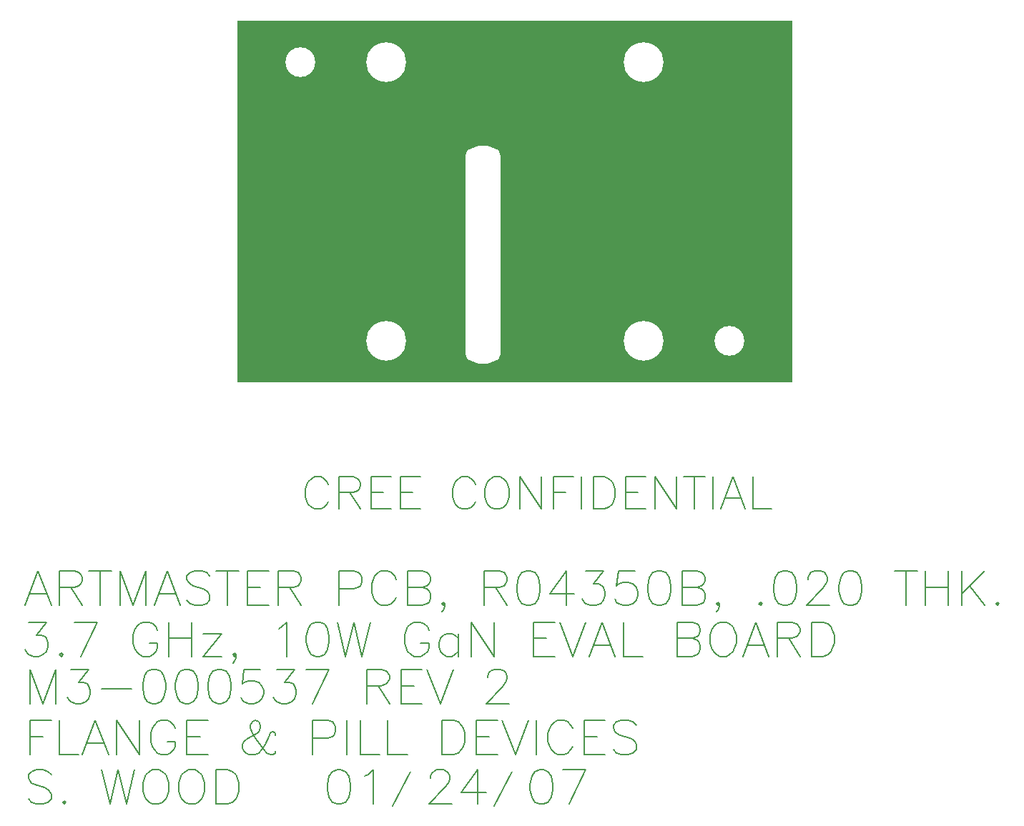
<source format=gbr>
*G04 Output by CAMMaster V9.6.1  PentaLogix LLC*
*G04 Thu Feb 01 18:10:08 2007*
*%FSLAX44Y44*%
%MOIN*%
%IPPOS*%
%ADD14C,0.006*%
%ADD203C,0.139*%
%ADD204C,0.186*%
%ADD205C,0.012*%

%LPD*%
G36*G1X0Y0D2*X26000D1*Y17000*X0*Y0*G37*D14*G1X12704Y-14928D2*X11638D1*X12400Y-14166*X12552Y-13938*X12628Y-13785*Y-13633*X12552Y-13480*X12476Y-13404*X12324Y-13328*X12019*X11866Y-13404*X11790Y-13480*X11714Y-13633*Y-13709*X10114Y-13328D2*X9504Y-14928D1*X8895Y-13328*X7676Y-14928D2*X8666D1*X7676Y-14090D2*X8285D1*X8666Y-13328D2*X7676D1*Y-14928*X6609Y-14090D2*X7142Y-14928D1*X6076Y-14090D2*X6762D1*X6990Y-14014*X7066Y-13938*X7142Y-13785*Y-13633*X7066Y-13480*X6990Y-13404*X6762Y-13328*X6076*Y-14928*X3257Y-13328D2*X4324D1*X3562Y-14928*X1733Y-14623D2*X1809Y-14776D1*X1885Y-14852*X2114Y-14928*X2342*X2571Y-14852*X2724Y-14699*X2800Y-14471*Y-14318*X2724Y-14090*X2647Y-14014*X2495Y-13938*X2266*X2724Y-13328*X1885*X209Y-14623D2*X285Y-14776D1*X362Y-14852*X590Y-14928*X819*X1047Y-14852*X1200Y-14699*X1276Y-14471*Y-14318*X1200Y-14090*X1047Y-13938*X819Y-13861*X590*X362Y-13938*X285Y-14014*X362Y-13328*X1124*X-858D2*X-705D1*X-476Y-13404*X-324Y-13633*X-248Y-14014*Y-14242*X-324Y-14623*X-476Y-14852*X-705Y-14928*X-858*X-1086Y-14852*X-1238Y-14623*X-1315Y-14242*Y-14014*X-1238Y-13633*X-1086Y-13404*X-858Y-13328*X-2381D2*X-2229D1*X-2000Y-13404*X-1848Y-13633*X-1772Y-14014*Y-14242*X-1848Y-14623*X-2000Y-14852*X-2229Y-14928*X-2381*X-2610Y-14852*X-2762Y-14623*X-2838Y-14242*Y-14014*X-2762Y-13633*X-2610Y-13404*X-2381Y-13328*X-3905D2*X-3753D1*X-3524Y-13404*X-3372Y-13633*X-3296Y-14014*Y-14242*X-3372Y-14623*X-3524Y-14852*X-3753Y-14928*X-3905*X-4134Y-14852*X-4286Y-14623*X-4362Y-14242*Y-14014*X-4286Y-13633*X-4134Y-13404*X-3905Y-13328*X-6267Y-14242D2*X-4896D1*X-7867Y-14623D2*X-7791Y-14776D1*X-7715Y-14852*X-7486Y-14928*X-7257*X-7029Y-14852*X-6876Y-14699*X-6800Y-14471*Y-14318*X-6876Y-14090*X-6953Y-14014*X-7105Y-13938*X-7334*X-6876Y-13328*X-7715*X-8400Y-14928D2*Y-13328D1*X-9010Y-14928*X-9619Y-13328*Y-14928*X17581Y-17077D2*X17733Y-17229D1*X17962Y-17305*X18266*X18495Y-17229*X18647Y-17077*Y-16848*X18571Y-16696*X18495Y-16620*X18342Y-16544*X17885Y-16391*X17733Y-16315*X17657Y-16239*X17581Y-16086*Y-15934*X17733Y-15782*X17962Y-15705*X18266*X18495Y-15782*X18647Y-15934*X16209Y-17305D2*X17200D1*X16209Y-16467D2*X16819D1*X17200Y-15705D2*X16209D1*Y-17305*X15676Y-16924D2*X15600Y-17077D1*X15447Y-17229*X15295Y-17305*X14990*X14838Y-17229*X14685Y-17077*X14609Y-16924*X14533Y-16696*Y-16315*X14609Y-16086*X14685Y-15934*X14838Y-15782*X14990Y-15705*X15295*X15447Y-15782*X15600Y-15934*X15676Y-16086*X14000Y-15705D2*Y-17305D1*X13619Y-15705D2*X13009Y-17305D1*X12400Y-15705*X11181Y-17305D2*X12171D1*X11181Y-16467D2*X11790D1*X12171Y-15705D2*X11181D1*Y-17305*X9581D2*X10114D1*X10342Y-17229*X10495Y-17077*X10571Y-16924*X10647Y-16696*Y-16315*X10571Y-16086*X10495Y-15934*X10342Y-15782*X10114Y-15705*X9581*Y-17305*X7981D2*X7066D1*Y-15705*X6685Y-17305D2*X5771D1*Y-15705*X5162D2*Y-17305D1*X3562Y-16544D2*X4247D1*X4476Y-16467*X4552Y-16391*X4628Y-16239*Y-16010*X4552Y-15858*X4476Y-15782*X4247Y-15705*X3562*Y-17305*X1809Y-17153D2*Y-17229D1*X1733Y-17305*X1581*X1428Y-17229*X1276Y-17077*X895Y-16544*X742Y-16315*X666Y-16086*Y-15934*X742Y-15782*X895Y-15705*X1047Y-15782*X1124Y-15934*Y-16086*X1047Y-16239*X971Y-16315*X438Y-16620*X362Y-16696*X285Y-16848*Y-17001*X362Y-17153*X438Y-17229*X590Y-17305*X895*X1047Y-17229*X1200Y-17077*X1352Y-16848*X1504Y-16467*X1581Y-16315*X1657Y-16239*X1733*X1809Y-16315*Y-16391*X-2305Y-17305D2*X-1315D1*X-2305Y-16467D2*X-1696D1*X-1315Y-15705D2*X-2305D1*Y-17305*X-3219Y-16696D2*X-2838D1*Y-16924*X-2915Y-17077*X-3067Y-17229*X-3219Y-17305*X-3524*X-3676Y-17229*X-3829Y-17077*X-3905Y-16924*X-3981Y-16696*Y-16315*X-3905Y-16086*X-3829Y-15934*X-3676Y-15782*X-3524Y-15705*X-3219*X-3067Y-15782*X-2915Y-15934*X-2838Y-16086*X-4515Y-15705D2*Y-17305D1*X-5581Y-15705*Y-17305*X-6953Y-16772D2*X-6191D1*X-5962Y-17305D2*X-6572Y-15705D1*X-7181Y-17305*X-7334D2*X-8248D1*Y-15705*X-9619Y-16467D2*X-9010D1*X-8629Y-15705D2*X-9619D1*Y-17305*X15219Y-18013D2*X16285D1*X15524Y-19613*X14152Y-18013D2*X14304D1*X14533Y-18089*X14685Y-18317*X14762Y-18698*Y-18927*X14685Y-19308*X14533Y-19536*X14304Y-19613*X14152*X13924Y-19536*X13771Y-19308*X13695Y-18927*Y-18698*X13771Y-18317*X13924Y-18089*X14152Y-18013*X12857Y-18089D2*X12019Y-19689D1*X11257Y-18013D2*Y-19613D1*X11638Y-19079D2*X10495D1*X11257Y-18013*X10038Y-19613D2*X8971D1*X9733Y-18851*X9885Y-18622*X9962Y-18470*Y-18317*X9885Y-18165*X9809Y-18089*X9657Y-18013*X9352*X9200Y-18089*X9124Y-18165*X9047Y-18317*Y-18394*X8133Y-18089D2*X7295Y-19689D1*X6381Y-19613D2*Y-18013D1*X6152Y-18241*X6000Y-18317*X4704Y-18013D2*X4857D1*X5085Y-18089*X5238Y-18317*X5314Y-18698*Y-18927*X5238Y-19308*X5085Y-19536*X4857Y-19613*X4704*X4476Y-19536*X4324Y-19308*X4247Y-18927*Y-18698*X4324Y-18317*X4476Y-18089*X4704Y-18013*X-934Y-19613D2*X-400D1*X-172Y-19536*X-19Y-19384*X57Y-19232*X133Y-19003*Y-18622*X57Y-18394*X-19Y-18241*X-172Y-18089*X-400Y-18013*X-934*Y-19613*X-2229Y-18013D2*X-1924D1*X-1772Y-18089*X-1619Y-18241*X-1543Y-18394*X-1467Y-18622*Y-19003*X-1543Y-19232*X-1619Y-19384*X-1772Y-19536*X-1924Y-19613*X-2229*X-2381Y-19536*X-2534Y-19384*X-2610Y-19232*X-2686Y-19003*Y-18622*X-2610Y-18394*X-2534Y-18241*X-2381Y-18089*X-2229Y-18013*X-3905D2*X-3600D1*X-3448Y-18089*X-3296Y-18241*X-3219Y-18394*X-3143Y-18622*Y-19003*X-3219Y-19232*X-3296Y-19384*X-3448Y-19536*X-3600Y-19613*X-3905*X-4058Y-19536*X-4210Y-19384*X-4286Y-19232*X-4362Y-19003*Y-18622*X-4286Y-18394*X-4210Y-18241*X-4058Y-18089*X-3905Y-18013*X-4743D2*X-5124Y-19613D1*X-5505Y-18013*X-5886Y-19613*X-6267Y-18013*X-8019Y-19460D2*X-7943Y-19536D1*X-8019Y-19613*X-8096Y-19536*X-8019Y-19460*X-9696Y-19384D2*X-9543Y-19536D1*X-9315Y-19613*X-9010*X-8781Y-19536*X-8629Y-19384*Y-19156*X-8705Y-19003*X-8781Y-18927*X-8934Y-18851*X-9391Y-18698*X-9543Y-18622*X-9619Y-18546*X-9696Y-18394*Y-18241*X-9543Y-18089*X-9315Y-18013*X-9010*X-8781Y-18089*X-8629Y-18241*X24935Y-5852D2*X24078D1*Y-4352*X22792Y-5352D2*X23506D1*X23720Y-5852D2*X23149Y-4352D1*X22578Y-5852*X22220Y-4352D2*Y-5852D1*X20863Y-4352D2*X21863D1*X21363D2*Y-5852D1*X20506Y-4352D2*Y-5852D1*X19506Y-4352*Y-5852*X18149D2*X19078D1*X18149Y-5066D2*X18720D1*X19078Y-4352D2*X18149D1*Y-5852*X16649D2*X17149D1*X17363Y-5780*X17506Y-5637*X17578Y-5495*X17649Y-5280*Y-4923*X17578Y-4709*X17506Y-4566*X17363Y-4423*X17149Y-4352*X16649*Y-5852*X16078Y-4352D2*Y-5852D1*X14792Y-5066D2*X15363D1*X15720Y-4352D2*X14792D1*Y-5852*X14220Y-4352D2*Y-5852D1*X13220Y-4352*Y-5852*X12006Y-4352D2*X12292D1*X12435Y-4423*X12578Y-4566*X12649Y-4709*X12720Y-4923*Y-5280*X12649Y-5495*X12578Y-5637*X12435Y-5780*X12292Y-5852*X12006*X11863Y-5780*X11720Y-5637*X11649Y-5495*X11578Y-5280*Y-4923*X11649Y-4709*X11720Y-4566*X11863Y-4423*X12006Y-4352*X11149Y-5495D2*X11078Y-5637D1*X10935Y-5780*X10792Y-5852*X10506*X10363Y-5780*X10220Y-5637*X10149Y-5495*X10078Y-5280*Y-4923*X10149Y-4709*X10220Y-4566*X10363Y-4423*X10506Y-4352*X10792*X10935Y-4423*X11078Y-4566*X11149Y-4709*X7649Y-5852D2*X8578D1*X7649Y-5066D2*X8220D1*X8578Y-4352D2*X7649D1*Y-5852*X6292D2*X7220D1*X6292Y-5066D2*X6863D1*X7220Y-4352D2*X6292D1*Y-5852*X5292Y-5066D2*X5792Y-5852D1*X4792Y-5066D2*X5435D1*X5649Y-4995*X5720Y-4923*X5792Y-4780*Y-4637*X5720Y-4495*X5649Y-4423*X5435Y-4352*X4792*Y-5852*X4292Y-5495D2*X4220Y-5637D1*X4078Y-5780*X3935Y-5852*X3649*X3506Y-5780*X3363Y-5637*X3292Y-5495*X3220Y-5280*Y-4923*X3292Y-4709*X3363Y-4566*X3506Y-4423*X3649Y-4352*X3935*X4078Y-4423*X4220Y-4566*X4292Y-4709*X35485Y-10188D2*X35562Y-10264D1*X35485Y-10340*X35409Y-10264*X35485Y-10188*X34190Y-9426D2*X34876Y-10340D1*Y-8740D2*X33809Y-9807D1*Y-8740D2*Y-10340D1*X32133Y-9502D2*X33200D1*Y-8740D2*Y-10340D1*X32133Y-8740D2*Y-10340D1*X30685Y-8740D2*X31752D1*X31219D2*Y-10340D1*X28552Y-8740D2*X28704D1*X28933Y-8816*X29085Y-9045*X29162Y-9426*Y-9654*X29085Y-10035*X28933Y-10264*X28704Y-10340*X28552*X28324Y-10264*X28171Y-10035*X28095Y-9654*Y-9426*X28171Y-9045*X28324Y-8816*X28552Y-8740*X27638Y-10340D2*X26571D1*X27333Y-9578*X27485Y-9349*X27562Y-9197*Y-9045*X27485Y-8892*X27409Y-8816*X27257Y-8740*X26952*X26800Y-8816*X26724Y-8892*X26647Y-9045*Y-9121*X25504Y-8740D2*X25657D1*X25885Y-8816*X26038Y-9045*X26114Y-9426*Y-9654*X26038Y-10035*X25885Y-10264*X25657Y-10340*X25504*X25276Y-10264*X25124Y-10035*X25047Y-9654*Y-9426*X25124Y-9045*X25276Y-8816*X25504Y-8740*X24438Y-10188D2*X24514Y-10264D1*X24438Y-10340*X24362Y-10264*X24438Y-10188*X22381Y-10645D2*X22457Y-10568D1*X22533Y-10416*Y-10264*X22457Y-10188*X22381Y-10264*X22457Y-10340*X22533Y-10264*X20781Y-10340D2*X21466D1*X21695Y-10264*X21771Y-10188*X21847Y-10035*Y-9807*X21771Y-9654*X21695Y-9578*X21466Y-9502*X20781*X21466D2*X21695Y-9426D1*X21771Y-9349*X21847Y-9197*Y-9045*X21771Y-8892*X21695Y-8816*X21466Y-8740*X20781*Y-10340*X19638Y-8740D2*X19790D1*X20019Y-8816*X20171Y-9045*X20247Y-9426*Y-9654*X20171Y-10035*X20019Y-10264*X19790Y-10340*X19638*X19409Y-10264*X19257Y-10035*X19181Y-9654*Y-9426*X19257Y-9045*X19409Y-8816*X19638Y-8740*X17657Y-10035D2*X17733Y-10188D1*X17809Y-10264*X18038Y-10340*X18266*X18495Y-10264*X18647Y-10111*X18724Y-9883*Y-9730*X18647Y-9502*X18495Y-9349*X18266Y-9273*X18038*X17809Y-9349*X17733Y-9426*X17809Y-8740*X18571*X16133Y-10035D2*X16209Y-10188D1*X16285Y-10264*X16514Y-10340*X16742*X16971Y-10264*X17124Y-10111*X17200Y-9883*Y-9730*X17124Y-9502*X17047Y-9426*X16895Y-9349*X16666*X17124Y-8740*X16285*X15371D2*Y-10340D1*X15752Y-9807D2*X14609D1*X15371Y-8740*X13542D2*X13695D1*X13924Y-8816*X14076Y-9045*X14152Y-9426*Y-9654*X14076Y-10035*X13924Y-10264*X13695Y-10340*X13542*X13314Y-10264*X13162Y-10035*X13085Y-9654*Y-9426*X13162Y-9045*X13314Y-8816*X13542Y-8740*X12095Y-9502D2*X12628Y-10340D1*X11562Y-9502D2*X12247D1*X12476Y-9426*X12552Y-9349*X12628Y-9197*Y-9045*X12552Y-8892*X12476Y-8816*X12247Y-8740*X11562*Y-10340*X9581Y-10645D2*X9657Y-10568D1*X9733Y-10416*Y-10264*X9657Y-10188*X9581Y-10264*X9657Y-10340*X9733Y-10264*X7981Y-10340D2*X8666D1*X8895Y-10264*X8971Y-10188*X9047Y-10035*Y-9807*X8971Y-9654*X8895Y-9578*X8666Y-9502*X7981*X8666D2*X8895Y-9426D1*X8971Y-9349*X9047Y-9197*Y-9045*X8971Y-8892*X8895Y-8816*X8666Y-8740*X7981*Y-10340*X7447Y-9959D2*X7371Y-10111D1*X7219Y-10264*X7066Y-10340*X6762*X6609Y-10264*X6457Y-10111*X6381Y-9959*X6304Y-9730*Y-9349*X6381Y-9121*X6457Y-8968*X6609Y-8816*X6762Y-8740*X7066*X7219Y-8816*X7371Y-8968*X7447Y-9121*X4781Y-9578D2*X5466D1*X5695Y-9502*X5771Y-9426*X5847Y-9273*Y-9045*X5771Y-8892*X5695Y-8816*X5466Y-8740*X4781*Y-10340*X2495Y-9502D2*X3028Y-10340D1*X1962Y-9502D2*X2647D1*X2876Y-9426*X2952Y-9349*X3028Y-9197*Y-9045*X2952Y-8892*X2876Y-8816*X2647Y-8740*X1962*Y-10340*X514D2*X1504D1*X514Y-9502D2*X1124D1*X1504Y-8740D2*X514D1*Y-10340*X-934Y-8740D2*X133D1*X-400D2*Y-10340D1*X-2305Y-10111D2*X-2153Y-10264D1*X-1924Y-10340*X-1619*X-1391Y-10264*X-1238Y-10111*Y-9883*X-1315Y-9730*X-1391Y-9654*X-1543Y-9578*X-2000Y-9426*X-2153Y-9349*X-2229Y-9273*X-2305Y-9121*Y-8968*X-2153Y-8816*X-1924Y-8740*X-1619*X-1391Y-8816*X-1238Y-8968*X-3600Y-9807D2*X-2838D1*X-2610Y-10340D2*X-3219Y-8740D1*X-3829Y-10340*X-4210D2*Y-8740D1*X-4819Y-10340*X-5429Y-8740*Y-10340*X-6876Y-8740D2*X-5810D1*X-6343D2*Y-10340D1*X-7715Y-9502D2*X-7181Y-10340D1*X-8248Y-9502D2*X-7562D1*X-7334Y-9426*X-7258Y-9349*X-7181Y-9197*Y-9045*X-7258Y-8892*X-7334Y-8816*X-7562Y-8740*X-8248*Y-10340*X-9619Y-9807D2*X-8857D1*X-8629Y-10340D2*X-9238Y-8740D1*X-9848Y-10340*X26808Y-12721D2*X27341D1*X27570Y-12645*X27722Y-12493*X27798Y-12340*X27874Y-12112*Y-11731*X27798Y-11502*X27722Y-11350*X27570Y-11197*X27341Y-11121*X26808*Y-12721*X25741Y-11883D2*X26274Y-12721D1*X25208Y-11883D2*X25893D1*X26122Y-11807*X26198Y-11731*X26274Y-11578*Y-11426*X26198Y-11274*X26122Y-11197*X25893Y-11121*X25208*Y-12721*X23836Y-12188D2*X24598D1*X24827Y-12721D2*X24217Y-11121D1*X23608Y-12721*X22541Y-11121D2*X22846D1*X22998Y-11197*X23150Y-11350*X23227Y-11502*X23303Y-11731*Y-12112*X23227Y-12340*X23150Y-12493*X22998Y-12645*X22846Y-12721*X22541*X22389Y-12645*X22236Y-12493*X22160Y-12340*X22084Y-12112*Y-11731*X22160Y-11502*X22236Y-11350*X22389Y-11197*X22541Y-11121*X20560Y-12721D2*X21246D1*X21474Y-12645*X21550Y-12569*X21627Y-12416*Y-12188*X21550Y-12036*X21474Y-11959*X21246Y-11883*X20560*X21246D2*X21474Y-11807D1*X21550Y-11731*X21627Y-11578*Y-11426*X21550Y-11274*X21474Y-11197*X21246Y-11121*X20560*Y-12721*X18960D2*X18046D1*Y-11121*X16674Y-12188D2*X17436D1*X17665Y-12721D2*X17055Y-11121D1*X16446Y-12721*X16293Y-11121D2*X15684Y-12721D1*X15074Y-11121*X13855Y-12721D2*X14846D1*X13855Y-11883D2*X14465D1*X14846Y-11121D2*X13855D1*Y-12721*X12027Y-11121D2*Y-12721D1*X10960Y-11121*Y-12721*X10350Y-12493D2*X10198Y-12645D1*X10046Y-12721*X9817*X9665Y-12645*X9512Y-12493*X9436Y-12264*Y-12112*X9512Y-11883*X9665Y-11731*X9817Y-11654*X10046*X10198Y-11731*X10350Y-11883*Y-11654D2*Y-12721D1*X8598Y-12112D2*X8979D1*Y-12340*X8903Y-12493*X8750Y-12645*X8598Y-12721*X8293*X8141Y-12645*X7989Y-12493*X7912Y-12340*X7836Y-12112*Y-11731*X7912Y-11502*X7989Y-11350*X8141Y-11197*X8293Y-11121*X8598*X8750Y-11197*X8903Y-11350*X8979Y-11502*X6236Y-11121D2*X5855Y-12721D1*X5474Y-11121*X5093Y-12721*X4712Y-11121*X3722D2*X3874D1*X4103Y-11197*X4255Y-11426*X4331Y-11807*Y-12036*X4255Y-12416*X4103Y-12645*X3874Y-12721*X3722*X3493Y-12645*X3341Y-12416*X3265Y-12036*Y-11807*X3341Y-11426*X3493Y-11197*X3722Y-11121*X2350Y-12721D2*Y-11121D1*X2122Y-11350*X1970Y-11426*X-164Y-13026D2*X-88Y-12950D1*X-11Y-12797*Y-12645*X-88Y-12569*X-164Y-12645*X-88Y-12721*X-11Y-12645*X-1535Y-12721D2*X-697D1*X-1535Y-11654D2*X-697D1*X-1535Y-12721*X-3135Y-11883D2*X-2069D1*Y-11121D2*Y-12721D1*X-3135Y-11121D2*Y-12721D1*X-4050Y-12112D2*X-3669D1*Y-12340*X-3745Y-12493*X-3897Y-12645*X-4050Y-12721*X-4354*X-4507Y-12645*X-4659Y-12493*X-4735Y-12340*X-4811Y-12112*Y-11731*X-4735Y-11502*X-4659Y-11350*X-4507Y-11197*X-4354Y-11121*X-4050*X-3897Y-11197*X-3745Y-11350*X-3669Y-11502*X-7554Y-11121D2*X-6488D1*X-7250Y-12721*X-8164Y-12569D2*X-8088Y-12645D1*X-8164Y-12721*X-8240Y-12645*X-8164Y-12569*X-9840Y-12416D2*X-9764Y-12569D1*X-9688Y-12645*X-9459Y-12721*X-9230*X-9002Y-12645*X-8850Y-12493*X-8773Y-12264*Y-12112*X-8850Y-11883*X-8926Y-11807*X-9078Y-11731*X-9307*X-8850Y-11121*X-9688*
%LPC*%
G36*G1X10686Y1377D2*X10789Y1120D1*X11283Y915*X11717*X12211Y1120*X12316Y1377*X12314Y10629*X12210Y10881*X11717Y11085*X11283*X10788Y10880*X10701Y10651*X10685Y1630*X10686Y1377*G37*D205*G1X26000Y0D2*X0D1*Y17000*X26000*Y0*D203*X23000Y2000D3*X3000Y15000D3*D204*X7000Y15000D3*X19000Y2000D3*X7000D3*X19000Y15000D3*X0Y0D2*M02*
</source>
